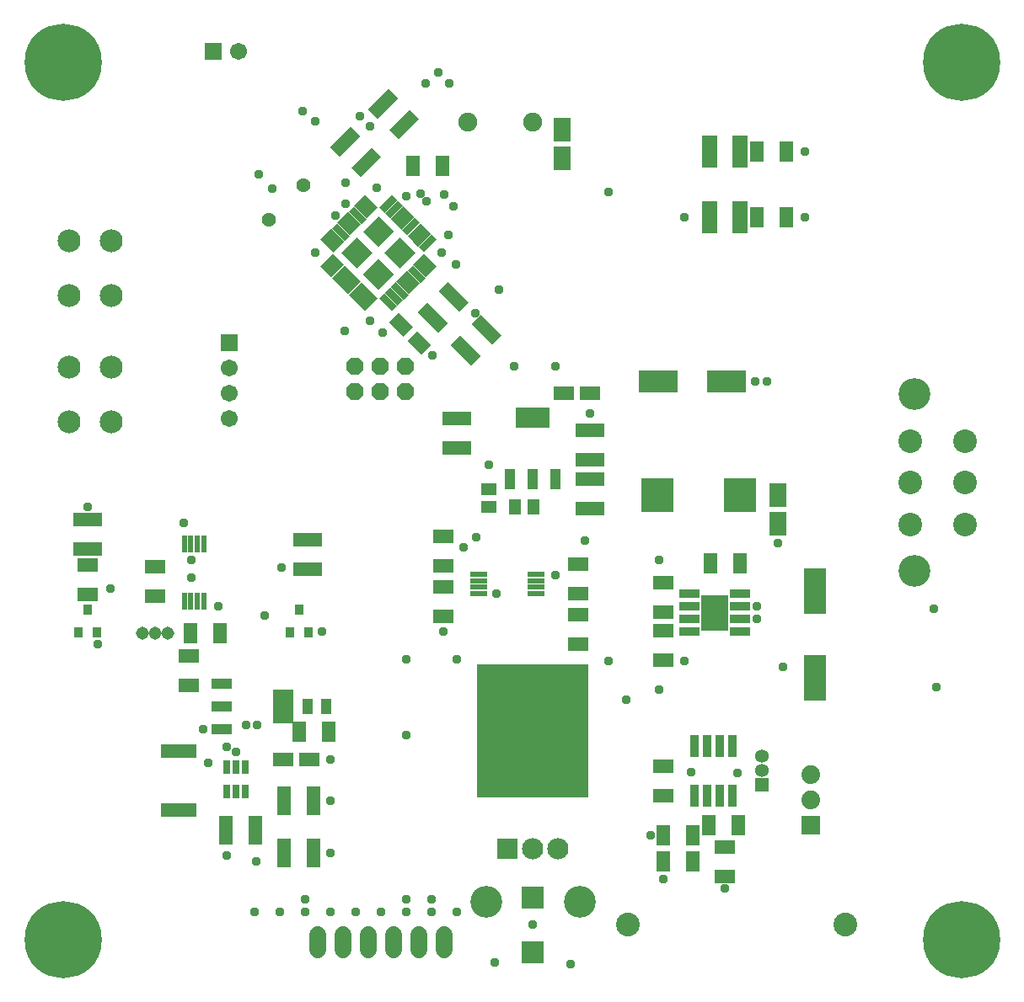
<source format=gts>
G04 EAGLE Gerber RS-274X export*
G75*
%MOMM*%
%FSLAX34Y34*%
%LPD*%
%INSoldermask Top*%
%IPPOS*%
%AMOC8*
5,1,8,0,0,1.08239X$1,22.5*%
G01*
G04 Define Apertures*
%ADD10R,2.318500X4.618900*%
%ADD11R,1.998700X1.391900*%
%ADD12R,2.918500X1.367800*%
%ADD13R,3.966800X2.318500*%
%ADD14R,1.367800X2.018500*%
%ADD15R,1.706800X2.440800*%
%ADD16R,3.203200X3.403200*%
%ADD17R,2.018500X1.367800*%
%ADD18R,1.234400X1.623400*%
%ADD19R,1.623400X1.234400*%
%ADD20R,2.003200X0.804700*%
%ADD21R,2.823200X3.603200*%
%ADD22R,1.137700X2.029700*%
%ADD23R,3.394700X2.029700*%
%ADD24C,2.387600*%
%ADD25R,2.303200X2.303200*%
%ADD26C,3.203200*%
%ADD27C,1.433200*%
%ADD28R,1.367800X2.918500*%
%ADD29P,1.8695X8X22.5*%
%ADD30C,1.903200*%
%ADD31R,1.603200X3.203200*%
%ADD32C,2.903200*%
%ADD33C,7.753200*%
%ADD34R,1.804000X0.753200*%
%ADD35R,2.203200X2.203200*%
%ADD36R,2.029700X1.137700*%
%ADD37R,2.029700X3.394700*%
%ADD38R,0.798200X1.463700*%
%ADD39R,3.573400X1.434400*%
%ADD40R,0.613500X1.776300*%
%ADD41C,1.311200*%
%ADD42R,0.853200X1.003200*%
%ADD43R,2.133600X2.133600*%
%ADD44C,2.133600*%
%ADD45R,11.203200X13.453200*%
%ADD46C,4.203200*%
%ADD47R,1.776300X0.613500*%
%ADD48R,1.703200X1.703200*%
%ADD49C,1.703200*%
%ADD50C,2.303200*%
%ADD51C,2.378200*%
%ADD52C,1.727200*%
%ADD53R,1.119800X1.569800*%
%ADD54R,0.804700X2.303200*%
%ADD55R,1.361200X1.361200*%
%ADD56C,1.361200*%
%ADD57R,1.879600X1.879600*%
%ADD58C,1.879600*%
%ADD59C,0.959600*%
D10*
X803910Y399127D03*
X803910Y312073D03*
D11*
X552051Y598170D03*
X578249Y598170D03*
D12*
X444500Y572284D03*
X444500Y542776D03*
X577850Y531346D03*
X577850Y560854D03*
X577850Y511324D03*
X577850Y481816D03*
D13*
X646461Y609600D03*
X714979Y609600D03*
D14*
X698986Y426720D03*
X728494Y426720D03*
D15*
X767080Y495800D03*
X767080Y466860D03*
D16*
X728430Y495300D03*
X645710Y495300D03*
D17*
X651510Y377676D03*
X651510Y407184D03*
X651510Y329416D03*
X651510Y358924D03*
D18*
X502615Y483870D03*
X521005Y483870D03*
D19*
X476250Y501955D03*
X476250Y483565D03*
D20*
X678080Y396240D03*
X678080Y383540D03*
X678080Y370840D03*
X678080Y358140D03*
X729080Y358140D03*
X729080Y370840D03*
X729080Y383540D03*
X729080Y396240D03*
D21*
X703580Y377190D03*
D22*
X497700Y511367D03*
X520700Y511367D03*
X543700Y511367D03*
D23*
X520700Y573213D03*
D24*
X834270Y63500D03*
X616070Y63500D03*
D17*
X713740Y112246D03*
X713740Y141754D03*
D25*
X520700Y36000D03*
X520700Y91000D03*
D26*
X567700Y86400D03*
X473700Y86400D03*
D27*
X290303Y807193D03*
X255797Y772687D03*
D28*
G36*
X435251Y668615D02*
X425579Y658943D01*
X404943Y679579D01*
X414615Y689251D01*
X435251Y668615D01*
G37*
G36*
X456117Y689481D02*
X446445Y679809D01*
X425809Y700445D01*
X435481Y710117D01*
X456117Y689481D01*
G37*
G36*
X468271Y635595D02*
X458599Y625923D01*
X437963Y646559D01*
X447635Y656231D01*
X468271Y635595D01*
G37*
G36*
X489137Y656461D02*
X479465Y646789D01*
X458829Y667425D01*
X468501Y677097D01*
X489137Y656461D01*
G37*
G36*
X396915Y883561D02*
X406587Y873889D01*
X385951Y853253D01*
X376279Y862925D01*
X396915Y883561D01*
G37*
G36*
X376049Y904427D02*
X385721Y894755D01*
X365085Y874119D01*
X355413Y883791D01*
X376049Y904427D01*
G37*
G36*
X358815Y845461D02*
X368487Y835789D01*
X347851Y815153D01*
X338179Y824825D01*
X358815Y845461D01*
G37*
G36*
X337949Y866327D02*
X347621Y856655D01*
X326985Y836019D01*
X317313Y845691D01*
X337949Y866327D01*
G37*
D11*
G36*
X390393Y655136D02*
X376262Y669267D01*
X386103Y679108D01*
X400234Y664977D01*
X390393Y655136D01*
G37*
G36*
X408917Y636612D02*
X394786Y650743D01*
X404627Y660584D01*
X418758Y646453D01*
X408917Y636612D01*
G37*
D29*
X341630Y599440D03*
X341630Y624840D03*
X367030Y599440D03*
X367030Y624840D03*
X392430Y599440D03*
X392430Y624840D03*
D30*
X455180Y870860D03*
X520180Y870860D03*
D15*
X549910Y833890D03*
X549910Y862830D03*
D31*
X698292Y840740D03*
X729188Y840740D03*
D14*
X745976Y840740D03*
X775484Y840740D03*
D31*
X698292Y774700D03*
X729188Y774700D03*
D14*
X745976Y774700D03*
X775484Y774700D03*
D32*
X48672Y48672D03*
D33*
X48672Y48672D03*
D32*
X951328Y48672D03*
D33*
X951328Y48672D03*
D32*
X951328Y930628D03*
D33*
X951328Y930628D03*
D32*
X48672Y930628D03*
D33*
X48672Y930628D03*
D34*
G36*
X359708Y779464D02*
X346952Y792220D01*
X352278Y797546D01*
X365034Y784790D01*
X359708Y779464D01*
G37*
G36*
X354051Y773807D02*
X341295Y786563D01*
X346621Y791889D01*
X359377Y779133D01*
X354051Y773807D01*
G37*
G36*
X348394Y768151D02*
X335638Y780907D01*
X340964Y786233D01*
X353720Y773477D01*
X348394Y768151D01*
G37*
G36*
X342737Y762494D02*
X329981Y775250D01*
X335307Y780576D01*
X348063Y767820D01*
X342737Y762494D01*
G37*
G36*
X337080Y756837D02*
X324324Y769593D01*
X329650Y774919D01*
X342406Y762163D01*
X337080Y756837D01*
G37*
G36*
X331423Y751180D02*
X318667Y763936D01*
X323993Y769262D01*
X336749Y756506D01*
X331423Y751180D01*
G37*
G36*
X325767Y745523D02*
X313011Y758279D01*
X318337Y763605D01*
X331093Y750849D01*
X325767Y745523D01*
G37*
G36*
X320110Y739866D02*
X307354Y752622D01*
X312680Y757948D01*
X325436Y745192D01*
X320110Y739866D01*
G37*
G36*
X325436Y733088D02*
X312680Y720332D01*
X307354Y725658D01*
X320110Y738414D01*
X325436Y733088D01*
G37*
G36*
X331093Y727431D02*
X318337Y714675D01*
X313011Y720001D01*
X325767Y732757D01*
X331093Y727431D01*
G37*
G36*
X336749Y721774D02*
X323993Y709018D01*
X318667Y714344D01*
X331423Y727100D01*
X336749Y721774D01*
G37*
G36*
X342406Y716117D02*
X329650Y703361D01*
X324324Y708687D01*
X337080Y721443D01*
X342406Y716117D01*
G37*
G36*
X348063Y710460D02*
X335307Y697704D01*
X329981Y703030D01*
X342737Y715786D01*
X348063Y710460D01*
G37*
G36*
X353720Y704803D02*
X340964Y692047D01*
X335638Y697373D01*
X348394Y710129D01*
X353720Y704803D01*
G37*
G36*
X359377Y699147D02*
X346621Y686391D01*
X341295Y691717D01*
X354051Y704473D01*
X359377Y699147D01*
G37*
G36*
X365034Y693490D02*
X352278Y680734D01*
X346952Y686060D01*
X359708Y698816D01*
X365034Y693490D01*
G37*
G36*
X379242Y680734D02*
X366486Y693490D01*
X371812Y698816D01*
X384568Y686060D01*
X379242Y680734D01*
G37*
G36*
X384899Y686391D02*
X372143Y699147D01*
X377469Y704473D01*
X390225Y691717D01*
X384899Y686391D01*
G37*
G36*
X390556Y692047D02*
X377800Y704803D01*
X383126Y710129D01*
X395882Y697373D01*
X390556Y692047D01*
G37*
G36*
X396213Y697704D02*
X383457Y710460D01*
X388783Y715786D01*
X401539Y703030D01*
X396213Y697704D01*
G37*
G36*
X401870Y703361D02*
X389114Y716117D01*
X394440Y721443D01*
X407196Y708687D01*
X401870Y703361D01*
G37*
G36*
X407527Y709018D02*
X394771Y721774D01*
X400097Y727100D01*
X412853Y714344D01*
X407527Y709018D01*
G37*
G36*
X413183Y714675D02*
X400427Y727431D01*
X405753Y732757D01*
X418509Y720001D01*
X413183Y714675D01*
G37*
G36*
X418840Y720332D02*
X406084Y733088D01*
X411410Y738414D01*
X424166Y725658D01*
X418840Y720332D01*
G37*
G36*
X424166Y752622D02*
X411410Y739866D01*
X406084Y745192D01*
X418840Y757948D01*
X424166Y752622D01*
G37*
G36*
X418509Y758279D02*
X405753Y745523D01*
X400427Y750849D01*
X413183Y763605D01*
X418509Y758279D01*
G37*
G36*
X412853Y763936D02*
X400097Y751180D01*
X394771Y756506D01*
X407527Y769262D01*
X412853Y763936D01*
G37*
G36*
X407196Y769593D02*
X394440Y756837D01*
X389114Y762163D01*
X401870Y774919D01*
X407196Y769593D01*
G37*
G36*
X401539Y775250D02*
X388783Y762494D01*
X383457Y767820D01*
X396213Y780576D01*
X401539Y775250D01*
G37*
G36*
X395882Y780907D02*
X383126Y768151D01*
X377800Y773477D01*
X390556Y786233D01*
X395882Y780907D01*
G37*
G36*
X390225Y786563D02*
X377469Y773807D01*
X372143Y779133D01*
X384899Y791889D01*
X390225Y786563D01*
G37*
G36*
X384568Y792220D02*
X371812Y779464D01*
X366486Y784790D01*
X379242Y797546D01*
X384568Y792220D01*
G37*
D35*
G36*
X365760Y745115D02*
X350182Y760693D01*
X365760Y776271D01*
X381338Y760693D01*
X365760Y745115D01*
G37*
G36*
X387313Y723562D02*
X371735Y739140D01*
X387313Y754718D01*
X402891Y739140D01*
X387313Y723562D01*
G37*
G36*
X365760Y702009D02*
X350182Y717587D01*
X365760Y733165D01*
X381338Y717587D01*
X365760Y702009D01*
G37*
G36*
X344207Y723562D02*
X328629Y739140D01*
X344207Y754718D01*
X359785Y739140D01*
X344207Y723562D01*
G37*
D36*
X207837Y306210D03*
X207837Y283210D03*
X207837Y260210D03*
D37*
X269683Y283210D03*
D28*
X270996Y135890D03*
X300504Y135890D03*
X270996Y187960D03*
X300504Y187960D03*
D11*
X270111Y229870D03*
X296309Y229870D03*
D14*
X430044Y826770D03*
X400536Y826770D03*
D38*
X231750Y221831D03*
X222250Y221831D03*
X212750Y221831D03*
X212750Y197269D03*
X222250Y197269D03*
X231750Y197269D03*
D39*
X165100Y237975D03*
X165100Y178585D03*
D40*
X190090Y446548D03*
X183590Y446548D03*
X177090Y446548D03*
X170590Y446548D03*
X170590Y389112D03*
X177090Y389112D03*
X183590Y389112D03*
X190090Y389112D03*
D17*
X175260Y333524D03*
X175260Y304016D03*
D14*
X177016Y356870D03*
X206524Y356870D03*
D41*
X128270Y356870D03*
X153670Y356870D03*
X140970Y356870D03*
D17*
X140970Y394186D03*
X140970Y423694D03*
D42*
X64160Y357983D03*
X83160Y357983D03*
X73660Y380397D03*
X276250Y357983D03*
X295250Y357983D03*
X285750Y380397D03*
D28*
X242084Y158750D03*
X212576Y158750D03*
D43*
X495300Y139700D03*
D44*
X520700Y139700D03*
X546100Y139700D03*
D45*
X520700Y258200D03*
D46*
X520700Y292100D03*
D47*
X466582Y416150D03*
X466582Y409650D03*
X466582Y403150D03*
X466582Y396650D03*
X524018Y396650D03*
X524018Y403150D03*
X524018Y409650D03*
X524018Y416150D03*
D17*
X430530Y424666D03*
X430530Y454174D03*
X430530Y373866D03*
X430530Y403374D03*
X566420Y375434D03*
X566420Y345926D03*
X566420Y426234D03*
X566420Y396726D03*
D48*
X215900Y648970D03*
D49*
X215900Y623570D03*
X215900Y598170D03*
X215900Y572770D03*
D50*
X55200Y696400D03*
X55200Y751400D03*
X97200Y696400D03*
X97200Y751400D03*
X55200Y569400D03*
X55200Y624400D03*
X97200Y569400D03*
X97200Y624400D03*
D51*
X954600Y466000D03*
X899600Y466000D03*
X954600Y508000D03*
X899600Y508000D03*
X954600Y550000D03*
X899600Y550000D03*
D26*
X904200Y419000D03*
X904200Y597000D03*
D52*
X431800Y53340D02*
X431800Y38100D01*
X406400Y38100D02*
X406400Y53340D01*
X381000Y53340D02*
X381000Y38100D01*
X355600Y38100D02*
X355600Y53340D01*
X330200Y53340D02*
X330200Y38100D01*
X304800Y38100D02*
X304800Y53340D01*
D48*
X200000Y941900D03*
D49*
X225400Y941900D03*
D12*
X294640Y420856D03*
X294640Y450364D03*
D17*
X73660Y395456D03*
X73660Y424964D03*
D12*
X73660Y441176D03*
X73660Y470684D03*
D53*
X294030Y283210D03*
X313030Y283210D03*
D14*
X286236Y257810D03*
X315744Y257810D03*
D54*
X683260Y193704D03*
X695960Y193704D03*
X708660Y193704D03*
X721360Y193704D03*
X721360Y243176D03*
X708660Y243176D03*
X695960Y243176D03*
X683260Y243176D03*
D55*
X750570Y203940D03*
D56*
X750570Y218440D03*
X750570Y232940D03*
D14*
X727224Y163830D03*
X697716Y163830D03*
D57*
X800100Y163830D03*
D58*
X800100Y189230D03*
X800100Y214630D03*
D14*
X651996Y127000D03*
X681504Y127000D03*
X681504Y153670D03*
X651996Y153670D03*
D17*
X651510Y193526D03*
X651510Y223034D03*
D59*
X647700Y430530D03*
X419100Y88900D03*
X393700Y88900D03*
X425450Y920750D03*
X332740Y809715D03*
X292100Y88900D03*
X242570Y127000D03*
X243840Y264160D03*
X543560Y624840D03*
X501650Y624840D03*
X651510Y109220D03*
X679450Y217170D03*
X245110Y817880D03*
X259080Y803910D03*
X673100Y328930D03*
X772160Y322580D03*
X767080Y447040D03*
X322360Y776940D03*
X332740Y788670D03*
X241300Y76200D03*
X266700Y76200D03*
X292100Y76200D03*
X317500Y76200D03*
X342900Y76200D03*
X368300Y76200D03*
X393700Y76200D03*
X419100Y76200D03*
X444500Y76200D03*
X482600Y25400D03*
X520700Y63500D03*
X429260Y739140D03*
X302260Y739140D03*
X356870Y866140D03*
X346710Y876300D03*
X463268Y678180D03*
X793750Y840740D03*
X793750Y774700D03*
X744220Y609600D03*
X755650Y609600D03*
X317500Y187960D03*
X317500Y135890D03*
X317500Y229870D03*
X213360Y133350D03*
X222250Y237490D03*
X170180Y467360D03*
X308610Y358140D03*
X83820Y345440D03*
X430530Y358140D03*
X572770Y449580D03*
X476250Y525780D03*
X577850Y577850D03*
X745490Y370840D03*
X483870Y396240D03*
X420088Y636270D03*
X703580Y377190D03*
X711200Y387350D03*
X695960Y387350D03*
X711200Y367030D03*
X695960Y367030D03*
X638810Y153670D03*
X726440Y215900D03*
X363653Y804747D03*
X73660Y483870D03*
X558800Y24344D03*
X745490Y383540D03*
X204470Y383540D03*
X213360Y242570D03*
X177800Y412750D03*
X444500Y330200D03*
X393700Y330200D03*
X673100Y774700D03*
X596900Y800100D03*
X436880Y909320D03*
X412750Y909320D03*
X450850Y443230D03*
X443230Y727710D03*
X543560Y415290D03*
X435610Y756920D03*
X393700Y254000D03*
X331470Y660400D03*
X407670Y798830D03*
X925830Y302260D03*
X463550Y453390D03*
X647700Y299720D03*
X596900Y328930D03*
X356870Y670560D03*
X414020Y791210D03*
X302260Y871220D03*
X431800Y797560D03*
X440690Y786130D03*
X289560Y881380D03*
X369570Y659130D03*
X923290Y381000D03*
X486410Y702310D03*
X189230Y260350D03*
X194310Y226060D03*
X232410Y264160D03*
X177800Y430530D03*
X267970Y422910D03*
X251460Y374650D03*
X96520Y401320D03*
X614680Y289560D03*
X393700Y796290D03*
X713740Y100330D03*
M02*

</source>
